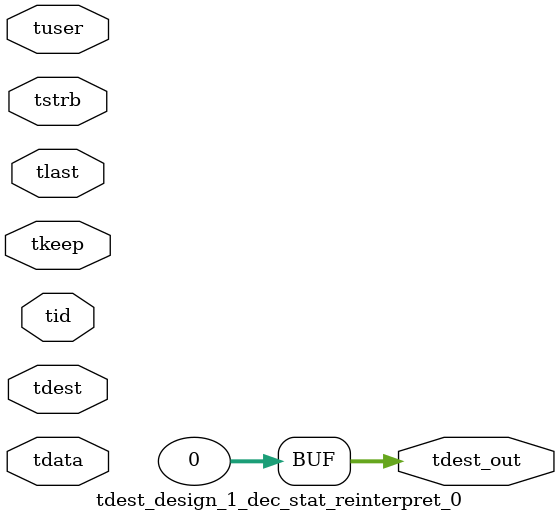
<source format=v>


`timescale 1ps/1ps

module tdest_design_1_dec_stat_reinterpret_0 #
(
parameter C_S_AXIS_TDATA_WIDTH = 32,
parameter C_S_AXIS_TUSER_WIDTH = 0,
parameter C_S_AXIS_TID_WIDTH   = 0,
parameter C_S_AXIS_TDEST_WIDTH = 0,
parameter C_M_AXIS_TDEST_WIDTH = 32
)
(
input  [(C_S_AXIS_TDATA_WIDTH == 0 ? 1 : C_S_AXIS_TDATA_WIDTH)-1:0     ] tdata,
input  [(C_S_AXIS_TUSER_WIDTH == 0 ? 1 : C_S_AXIS_TUSER_WIDTH)-1:0     ] tuser,
input  [(C_S_AXIS_TID_WIDTH   == 0 ? 1 : C_S_AXIS_TID_WIDTH)-1:0       ] tid,
input  [(C_S_AXIS_TDEST_WIDTH == 0 ? 1 : C_S_AXIS_TDEST_WIDTH)-1:0     ] tdest,
input  [(C_S_AXIS_TDATA_WIDTH/8)-1:0 ] tkeep,
input  [(C_S_AXIS_TDATA_WIDTH/8)-1:0 ] tstrb,
input                                                                    tlast,
output [C_M_AXIS_TDEST_WIDTH-1:0] tdest_out
);

assign tdest_out = {1'b0};

endmodule


</source>
